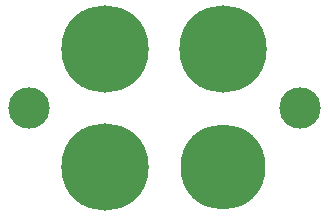
<source format=gbr>
G04 (created by PCBNEW (2013-may-18)-stable) date Вт 27 окт 2015 07:04:30*
%MOIN*%
G04 Gerber Fmt 3.4, Leading zero omitted, Abs format*
%FSLAX34Y34*%
G01*
G70*
G90*
G04 APERTURE LIST*
%ADD10C,0.00393701*%
%ADD11C,0.283465*%
%ADD12C,0.291339*%
%ADD13C,0.137795*%
G04 APERTURE END LIST*
G54D10*
G54D11*
X13501Y-18806D03*
G54D12*
X9564Y-18806D03*
X13501Y-14869D03*
X9564Y-14869D03*
G54D13*
X16060Y-16838D03*
X7005Y-16838D03*
M02*

</source>
